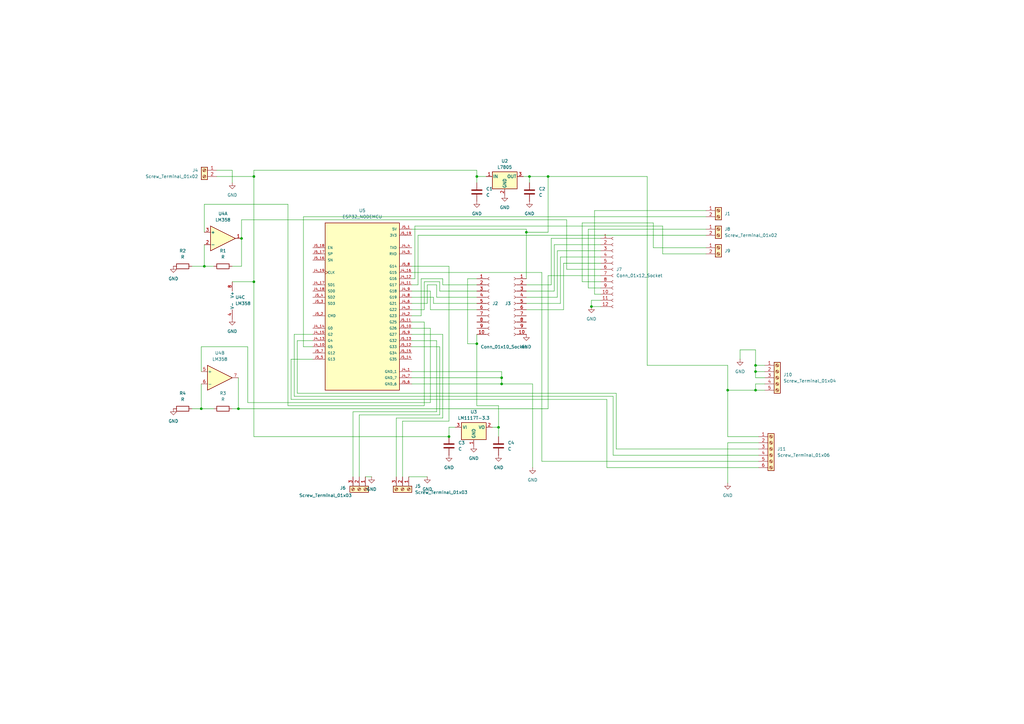
<source format=kicad_sch>
(kicad_sch (version 20250114) (generator "eeschema") (generator_version "9.0")
  (paper "A3")
  (lib_symbols
    (symbol "Amplifier_Operational:LM358" (pin_names (offset 0.127))
      (property "Reference" "U" (at 0 5.08 0))
      (property "Value" "LM358" (at 0 -5.08 0))
      (symbol "LM358_1_1"
        (polyline (pts (xy -5.08 5.08) (xy 5.08 0) (xy -5.08 -5.08) (xy -5.08 5.08)) (stroke (width 0.254)) (fill (type background)))
        (pin input line (at -7.62 2.54 0) (length 2.54) (name "+") (number "3"))
        (pin input line (at -7.62 -2.54 0) (length 2.54) (name "-") (number "2"))
        (pin output line (at 7.62 0 180) (length 2.54) (name "~") (number "1"))
      )
      (symbol "LM358_2_1"
        (polyline (pts (xy -5.08 5.08) (xy 5.08 0) (xy -5.08 -5.08) (xy -5.08 5.08)) (stroke (width 0.254)) (fill (type background)))
        (pin input line (at -7.62 2.54 0) (length 2.54) (name "+") (number "5"))
        (pin input line (at -7.62 -2.54 0) (length 2.54) (name "-") (number "6"))
        (pin output line (at 7.62 0 180) (length 2.54) (name "~") (number "7"))
      )
      (symbol "LM358_3_1"
        (pin power_in line (at -2.54 7.62 270) (length 3.81) (name "V+") (number "8"))
        (pin power_in line (at -2.54 -7.62 90) (length 3.81) (name "V-") (number "4"))
      )
    )
    (symbol "Connector:Conn_01x10_Socket" (pin_names (offset 1.016) (hide yes))
      (property "Reference" "J" (at 0 12.7 0))
      (property "Value" "Conn_01x10_Socket" (at 0 -15.24 0))
      (symbol "Conn_01x10_Socket_1_1"
        (polyline (pts (xy -1.27 10.16) (xy -0.508 10.16)) (stroke (width 0.1524)))
        (polyline (pts (xy -1.27 7.62) (xy -0.508 7.62)) (stroke (width 0.1524)))
        (polyline (pts (xy -1.27 5.08) (xy -0.508 5.08)) (stroke (width 0.1524)))
        (polyline (pts (xy -1.27 2.54) (xy -0.508 2.54)) (stroke (width 0.1524)))
        (polyline (pts (xy -1.27 0) (xy -0.508 0)) (stroke (width 0.1524)))
        (polyline (pts (xy -1.27 -2.54) (xy -0.508 -2.54)) (stroke (width 0.1524)))
        (polyline (pts (xy -1.27 -5.08) (xy -0.508 -5.08)) (stroke (width 0.1524)))
        (polyline (pts (xy -1.27 -7.62) (xy -0.508 -7.62)) (stroke (width 0.1524)))
        (polyline (pts (xy -1.27 -10.16) (xy -0.508 -10.16)) (stroke (width 0.1524)))
        (polyline (pts (xy -1.27 -12.7) (xy -0.508 -12.7)) (stroke (width 0.1524)))
        (arc (start 0 9.652) (mid -0.5058 10.16) (end 0 10.668) (stroke (width 0.1524)))
        (arc (start 0 7.112) (mid -0.5058 7.62) (end 0 8.128) (stroke (width 0.1524)))
        (arc (start 0 4.572) (mid -0.5058 5.08) (end 0 5.588) (stroke (width 0.1524)))
        (arc (start 0 2.032) (mid -0.5058 2.54) (end 0 3.048) (stroke (width 0.1524)))
        (arc (start 0 -0.508) (mid -0.5058 0) (end 0 0.508) (stroke (width 0.1524)))
        (arc (start 0 -3.048) (mid -0.5058 -2.54) (end 0 -2.032) (stroke (width 0.1524)))
        (arc (start 0 -5.588) (mid -0.5058 -5.08) (end 0 -4.572) (stroke (width 0.1524)))
        (arc (start 0 -8.128) (mid -0.5058 -7.62) (end 0 -7.112) (stroke (width 0.1524)))
        (arc (start 0 -10.668) (mid -0.5058 -10.16) (end 0 -9.652) (stroke (width 0.1524)))
        (arc (start 0 -13.208) (mid -0.5058 -12.7) (end 0 -12.192) (stroke (width 0.1524)))
        (pin passive line (at -5.08 10.16 0) (length 3.81) (name "Pin_1") (number "1"))
        (pin passive line (at -5.08 7.62 0) (length 3.81) (name "Pin_2") (number "2"))
        (pin passive line (at -5.08 5.08 0) (length 3.81) (name "Pin_3") (number "3"))
        (pin passive line (at -5.08 2.54 0) (length 3.81) (name "Pin_4") (number "4"))
        (pin passive line (at -5.08 0 0) (length 3.81) (name "Pin_5") (number "5"))
        (pin passive line (at -5.08 -2.54 0) (length 3.81) (name "Pin_6") (number "6"))
        (pin passive line (at -5.08 -5.08 0) (length 3.81) (name "Pin_7") (number "7"))
        (pin passive line (at -5.08 -7.62 0) (length 3.81) (name "Pin_8") (number "8"))
        (pin passive line (at -5.08 -10.16 0) (length 3.81) (name "Pin_9") (number "9"))
        (pin passive line (at -5.08 -12.7 0) (length 3.81) (name "Pin_10") (number "10"))
      )
    )
    (symbol "Connector:Conn_01x12_Socket" (pin_names (offset 1.016) (hide yes))
      (property "Reference" "J" (at 0 15.24 0))
      (property "Value" "Conn_01x12_Socket" (at 0 -17.78 0))
      (symbol "Conn_01x12_Socket_1_1"
        (polyline (pts (xy -1.27 12.7) (xy -0.508 12.7)) (stroke (width 0.1524)))
        (polyline (pts (xy -1.27 10.16) (xy -0.508 10.16)) (stroke (width 0.1524)))
        (polyline (pts (xy -1.27 7.62) (xy -0.508 7.62)) (stroke (width 0.1524)))
        (polyline (pts (xy -1.27 5.08) (xy -0.508 5.08)) (stroke (width 0.1524)))
        (polyline (pts (xy -1.27 2.54) (xy -0.508 2.54)) (stroke (width 0.1524)))
        (polyline (pts (xy -1.27 0) (xy -0.508 0)) (stroke (width 0.1524)))
        (polyline (pts (xy -1.27 -2.54) (xy -0.508 -2.54)) (stroke (width 0.1524)))
        (polyline (pts (xy -1.27 -5.08) (xy -0.508 -5.08)) (stroke (width 0.1524)))
        (polyline (pts (xy -1.27 -7.62) (xy -0.508 -7.62)) (stroke (width 0.1524)))
        (polyline (pts (xy -1.27 -10.16) (xy -0.508 -10.16)) (stroke (width 0.1524)))
        (polyline (pts (xy -1.27 -12.7) (xy -0.508 -12.7)) (stroke (width 0.1524)))
        (polyline (pts (xy -1.27 -15.24) (xy -0.508 -15.24)) (stroke (width 0.1524)))
        (arc (start 0 12.192) (mid -0.5058 12.7) (end 0 13.208) (stroke (width 0.1524)))
        (arc (start 0 9.652) (mid -0.5058 10.16) (end 0 10.668) (stroke (width 0.1524)))
        (arc (start 0 7.112) (mid -0.5058 7.62) (end 0 8.128) (stroke (width 0.1524)))
        (arc (start 0 4.572) (mid -0.5058 5.08) (end 0 5.588) (stroke (width 0.1524)))
        (arc (start 0 2.032) (mid -0.5058 2.54) (end 0 3.048) (stroke (width 0.1524)))
        (arc (start 0 -0.508) (mid -0.5058 0) (end 0 0.508) (stroke (width 0.1524)))
        (arc (start 0 -3.048) (mid -0.5058 -2.54) (end 0 -2.032) (stroke (width 0.1524)))
        (arc (start 0 -5.588) (mid -0.5058 -5.08) (end 0 -4.572) (stroke (width 0.1524)))
        (arc (start 0 -8.128) (mid -0.5058 -7.62) (end 0 -7.112) (stroke (width 0.1524)))
        (arc (start 0 -10.668) (mid -0.5058 -10.16) (end 0 -9.652) (stroke (width 0.1524)))
        (arc (start 0 -13.208) (mid -0.5058 -12.7) (end 0 -12.192) (stroke (width 0.1524)))
        (arc (start 0 -15.748) (mid -0.5058 -15.24) (end 0 -14.732) (stroke (width 0.1524)))
        (pin passive line (at -5.08 12.7 0) (length 3.81) (name "Pin_1") (number "1"))
        (pin passive line (at -5.08 10.16 0) (length 3.81) (name "Pin_2") (number "2"))
        (pin passive line (at -5.08 7.62 0) (length 3.81) (name "Pin_3") (number "3"))
        (pin passive line (at -5.08 5.08 0) (length 3.81) (name "Pin_4") (number "4"))
        (pin passive line (at -5.08 2.54 0) (length 3.81) (name "Pin_5") (number "5"))
        (pin passive line (at -5.08 0 0) (length 3.81) (name "Pin_6") (number "6"))
        (pin passive line (at -5.08 -2.54 0) (length 3.81) (name "Pin_7") (number "7"))
        (pin passive line (at -5.08 -5.08 0) (length 3.81) (name "Pin_8") (number "8"))
        (pin passive line (at -5.08 -7.62 0) (length 3.81) (name "Pin_9") (number "9"))
        (pin passive line (at -5.08 -10.16 0) (length 3.81) (name "Pin_10") (number "10"))
        (pin passive line (at -5.08 -12.7 0) (length 3.81) (name "Pin_11") (number "11"))
        (pin passive line (at -5.08 -15.24 0) (length 3.81) (name "Pin_12") (number "12"))
      )
    )
    (symbol "Connector:Screw_Terminal_01x02" (pin_names (offset 1.016) (hide yes))
      (property "Reference" "J" (at 0 2.54 0))
      (property "Value" "Screw_Terminal_01x02" (at 0 -5.08 0))
      (symbol "Screw_Terminal_01x02_1_1"
        (rectangle (start -1.27 1.27) (end 1.27 -3.81) (stroke (width 0.254)) (fill (type background)))
        (polyline (pts (xy -0.5334 0.3302) (xy 0.3302 -0.508)) (stroke (width 0.1524)))
        (polyline (pts (xy -0.5334 -2.2098) (xy 0.3302 -3.048)) (stroke (width 0.1524)))
        (polyline (pts (xy -0.3556 0.508) (xy 0.508 -0.3302)) (stroke (width 0.1524)))
        (polyline (pts (xy -0.3556 -2.032) (xy 0.508 -2.8702)) (stroke (width 0.1524)))
        (circle (center 0 0) (radius 0.635) (stroke (width 0.1524)))
        (circle (center 0 -2.54) (radius 0.635) (stroke (width 0.1524)))
        (pin passive line (at -5.08 0 0) (length 3.81) (name "Pin_1") (number "1"))
        (pin passive line (at -5.08 -2.54 0) (length 3.81) (name "Pin_2") (number "2"))
      )
    )
    (symbol "Connector:Screw_Terminal_01x03" (pin_names (offset 1.016) (hide yes))
      (property "Reference" "J" (at 0 5.08 0))
      (property "Value" "Screw_Terminal_01x03" (at 0 -5.08 0))
      (symbol "Screw_Terminal_01x03_1_1"
        (rectangle (start -1.27 3.81) (end 1.27 -3.81) (stroke (width 0.254)) (fill (type background)))
        (polyline (pts (xy -0.5334 2.8702) (xy 0.3302 2.032)) (stroke (width 0.1524)))
        (polyline (pts (xy -0.5334 0.3302) (xy 0.3302 -0.508)) (stroke (width 0.1524)))
        (polyline (pts (xy -0.5334 -2.2098) (xy 0.3302 -3.048)) (stroke (width 0.1524)))
        (polyline (pts (xy -0.3556 3.048) (xy 0.508 2.2098)) (stroke (width 0.1524)))
        (polyline (pts (xy -0.3556 0.508) (xy 0.508 -0.3302)) (stroke (width 0.1524)))
        (polyline (pts (xy -0.3556 -2.032) (xy 0.508 -2.8702)) (stroke (width 0.1524)))
        (circle (center 0 2.54) (radius 0.635) (stroke (width 0.1524)))
        (circle (center 0 0) (radius 0.635) (stroke (width 0.1524)))
        (circle (center 0 -2.54) (radius 0.635) (stroke (width 0.1524)))
        (pin passive line (at -5.08 2.54 0) (length 3.81) (name "Pin_1") (number "1"))
        (pin passive line (at -5.08 0 0) (length 3.81) (name "Pin_2") (number "2"))
        (pin passive line (at -5.08 -2.54 0) (length 3.81) (name "Pin_3") (number "3"))
      )
    )
    (symbol "Connector:Screw_Terminal_01x05" (pin_names (offset 1.016) (hide yes))
      (property "Reference" "J" (at 0 7.62 0))
      (property "Value" "Screw_Terminal_01x05" (at 0 -7.62 0))
      (symbol "Screw_Terminal_01x05_1_1"
        (rectangle (start -1.27 6.35) (end 1.27 -6.35) (stroke (width 0.254)) (fill (type background)))
        (polyline (pts (xy -0.5334 5.4102) (xy 0.3302 4.572)) (stroke (width 0.1524)))
        (polyline (pts (xy -0.5334 2.8702) (xy 0.3302 2.032)) (stroke (width 0.1524)))
        (polyline (pts (xy -0.5334 0.3302) (xy 0.3302 -0.508)) (stroke (width 0.1524)))
        (polyline (pts (xy -0.5334 -2.2098) (xy 0.3302 -3.048)) (stroke (width 0.1524)))
        (polyline (pts (xy -0.5334 -4.7498) (xy 0.3302 -5.588)) (stroke (width 0.1524)))
        (polyline (pts (xy -0.3556 5.588) (xy 0.508 4.7498)) (stroke (width 0.1524)))
        (polyline (pts (xy -0.3556 3.048) (xy 0.508 2.2098)) (stroke (width 0.1524)))
        (polyline (pts (xy -0.3556 0.508) (xy 0.508 -0.3302)) (stroke (width 0.1524)))
        (polyline (pts (xy -0.3556 -2.032) (xy 0.508 -2.8702)) (stroke (width 0.1524)))
        (polyline (pts (xy -0.3556 -4.572) (xy 0.508 -5.4102)) (stroke (width 0.1524)))
        (circle (center 0 5.08) (radius 0.635) (stroke (width 0.1524)))
        (circle (center 0 2.54) (radius 0.635) (stroke (width 0.1524)))
        (circle (center 0 0) (radius 0.635) (stroke (width 0.1524)))
        (circle (center 0 -2.54) (radius 0.635) (stroke (width 0.1524)))
        (circle (center 0 -5.08) (radius 0.635) (stroke (width 0.1524)))
        (pin passive line (at -5.08 5.08 0) (length 3.81) (name "Pin_1") (number "1"))
        (pin passive line (at -5.08 2.54 0) (length 3.81) (name "Pin_2") (number "2"))
        (pin passive line (at -5.08 0 0) (length 3.81) (name "Pin_3") (number "3"))
        (pin passive line (at -5.08 -2.54 0) (length 3.81) (name "Pin_4") (number "4"))
        (pin passive line (at -5.08 -5.08 0) (length 3.81) (name "Pin_5") (number "5"))
      )
    )
    (symbol "Connector:Screw_Terminal_01x06" (pin_names (offset 1.016) (hide yes))
      (property "Reference" "J" (at 0 7.62 0))
      (property "Value" "Screw_Terminal_01x06" (at 0 -10.16 0))
      (symbol "Screw_Terminal_01x06_1_1"
        (rectangle (start -1.27 6.35) (end 1.27 -8.89) (stroke (width 0.254)) (fill (type background)))
        (polyline (pts (xy -0.5334 5.4102) (xy 0.3302 4.572)) (stroke (width 0.1524)))
        (polyline (pts (xy -0.5334 2.8702) (xy 0.3302 2.032)) (stroke (width 0.1524)))
        (polyline (pts (xy -0.5334 0.3302) (xy 0.3302 -0.508)) (stroke (width 0.1524)))
        (polyline (pts (xy -0.5334 -2.2098) (xy 0.3302 -3.048)) (stroke (width 0.1524)))
        (polyline (pts (xy -0.5334 -4.7498) (xy 0.3302 -5.588)) (stroke (width 0.1524)))
        (polyline (pts (xy -0.5334 -7.2898) (xy 0.3302 -8.128)) (stroke (width 0.1524)))
        (polyline (pts (xy -0.3556 5.588) (xy 0.508 4.7498)) (stroke (width 0.1524)))
        (polyline (pts (xy -0.3556 3.048) (xy 0.508 2.2098)) (stroke (width 0.1524)))
        (polyline (pts (xy -0.3556 0.508) (xy 0.508 -0.3302)) (stroke (width 0.1524)))
        (polyline (pts (xy -0.3556 -2.032) (xy 0.508 -2.8702)) (stroke (width 0.1524)))
        (polyline (pts (xy -0.3556 -4.572) (xy 0.508 -5.4102)) (stroke (width 0.1524)))
        (polyline (pts (xy -0.3556 -7.112) (xy 0.508 -7.9502)) (stroke (width 0.1524)))
        (circle (center 0 5.08) (radius 0.635) (stroke (width 0.1524)))
        (circle (center 0 2.54) (radius 0.635) (stroke (width 0.1524)))
        (circle (center 0 0) (radius 0.635) (stroke (width 0.1524)))
        (circle (center 0 -2.54) (radius 0.635) (stroke (width 0.1524)))
        (circle (center 0 -5.08) (radius 0.635) (stroke (width 0.1524)))
        (circle (center 0 -7.62) (radius 0.635) (stroke (width 0.1524)))
        (pin passive line (at -5.08 5.08 0) (length 3.81) (name "Pin_1") (number "1"))
        (pin passive line (at -5.08 2.54 0) (length 3.81) (name "Pin_2") (number "2"))
        (pin passive line (at -5.08 0 0) (length 3.81) (name "Pin_3") (number "3"))
        (pin passive line (at -5.08 -2.54 0) (length 3.81) (name "Pin_4") (number "4"))
        (pin passive line (at -5.08 -5.08 0) (length 3.81) (name "Pin_5") (number "5"))
        (pin passive line (at -5.08 -7.62 0) (length 3.81) (name "Pin_6") (number "6"))
      )
    )
    (symbol "Device:C" (pin_numbers (hide yes)) (pin_names (offset 0.254))
      (property "Reference" "C" (at 0.635 2.54 0))
      (property "Value" "C" (at 0.635 -2.54 0))
      (symbol "C_0_1"
        (polyline (pts (xy -2.032 0.762) (xy 2.032 0.762)) (stroke (width 0.508)))
        (polyline (pts (xy -2.032 -0.762) (xy 2.032 -0.762)) (stroke (width 0.508)))
      )
      (symbol "C_1_1"
        (pin passive line (at 0 3.81 270) (length 2.794) (name "~") (number "1"))
        (pin passive line (at 0 -3.81 90) (length 2.794) (name "~") (number "2"))
      )
    )
    (symbol "Device:R" (pin_numbers (hide yes)) (pin_names (offset 0))
      (property "Reference" "R" (at 2.032 0 90))
      (property "Value" "R" (at 0 0 90))
      (symbol "R_0_1"
        (rectangle (start -1.016 -2.54) (end 1.016 2.54) (stroke (width 0.254)))
      )
      (symbol "R_1_1"
        (pin passive line (at 0 3.81 270) (length 1.27) (name "~") (number "1"))
        (pin passive line (at 0 -3.81 90) (length 1.27) (name "~") (number "2"))
      )
    )
    (symbol "ESP32_NODEMCU:ESP32_NODEMCU" (pin_names (offset 1.016))
      (property "Reference" "U" (at -15.24 36.322 0))
      (property "Value" "ESP32_NODEMCU" (at -15.24 -35.56 0))
      (symbol "ESP32_NODEMCU_0_0"
        (rectangle (start -15.24 -33.02) (end 15.24 35.56) (stroke (width 0.254)) (fill (type background)))
        (pin input line (at -20.32 25.4 0) (length 5.08) (name "EN") (number "J5_18"))
        (pin input line (at -20.32 22.86 0) (length 5.08) (name "SP") (number "J5_17"))
        (pin input line (at -20.32 20.32 0) (length 5.08) (name "SN") (number "J5_16"))
        (pin input clock (at -20.32 15.24 0) (length 5.08) (name "CLK") (number "J4_19"))
        (pin bidirectional line (at -20.32 10.16 0) (length 5.08) (name "SD1") (number "J4_17"))
        (pin bidirectional line (at -20.32 7.62 0) (length 5.08) (name "SD0") (number "J4_18"))
        (pin bidirectional line (at -20.32 5.08 0) (length 5.08) (name "SD2") (number "J5_4"))
        (pin bidirectional line (at -20.32 2.54 0) (length 5.08) (name "SD3") (number "J5_3"))
        (pin bidirectional line (at -20.32 -2.54 0) (length 5.08) (name "CMD") (number "J5_2"))
        (pin bidirectional line (at -20.32 -7.62 0) (length 5.08) (name "G0") (number "J4_14"))
        (pin bidirectional line (at -20.32 -10.16 0) (length 5.08) (name "G2") (number "J4_15"))
        (pin bidirectional line (at -20.32 -12.7 0) (length 5.08) (name "G4") (number "J4_13"))
        (pin bidirectional line (at -20.32 -15.24 0) (length 5.08) (name "G5") (number "J4_10"))
        (pin bidirectional line (at -20.32 -17.78 0) (length 5.08) (name "G12") (number "J5_7"))
        (pin bidirectional line (at -20.32 -20.32 0) (length 5.08) (name "G13") (number "J5_5"))
        (pin power_in line (at 20.32 33.02 180) (length 5.08) (name "5V") (number "J5_1"))
        (pin power_in line (at 20.32 30.48 180) (length 5.08) (name "3V3") (number "J5_19"))
        (pin output line (at 20.32 25.4 180) (length 5.08) (name "TXD") (number "J4_4"))
        (pin input line (at 20.32 22.86 180) (length 5.08) (name "RXD") (number "J4_5"))
        (pin bidirectional line (at 20.32 17.78 180) (length 5.08) (name "G14") (number "J5_8"))
        (pin bidirectional line (at 20.32 15.24 180) (length 5.08) (name "G15") (number "J4_16"))
        (pin bidirectional line (at 20.32 12.7 180) (length 5.08) (name "G16") (number "J4_12"))
        (pin bidirectional line (at 20.32 10.16 180) (length 5.08) (name "G17") (number "J4_11"))
        (pin bidirectional line (at 20.32 7.62 180) (length 5.08) (name "G18") (number "J4_9"))
        (pin bidirectional line (at 20.32 5.08 180) (length 5.08) (name "G19") (number "J4_8"))
        (pin bidirectional line (at 20.32 2.54 180) (length 5.08) (name "G21") (number "J4_6"))
        (pin bidirectional line (at 20.32 0 180) (length 5.08) (name "G22") (number "J4_3"))
        (pin bidirectional line (at 20.32 -2.54 180) (length 5.08) (name "G23") (number "J4_2"))
        (pin bidirectional line (at 20.32 -5.08 180) (length 5.08) (name "G25") (number "J5_11"))
        (pin bidirectional line (at 20.32 -7.62 180) (length 5.08) (name "G26") (number "J5_10"))
        (pin bidirectional line (at 20.32 -10.16 180) (length 5.08) (name "G27") (number "J5_9"))
        (pin bidirectional line (at 20.32 -12.7 180) (length 5.08) (name "G32") (number "J5_13"))
        (pin bidirectional line (at 20.32 -15.24 180) (length 5.08) (name "G33") (number "J5_12"))
        (pin bidirectional line (at 20.32 -17.78 180) (length 5.08) (name "G34") (number "J5_15"))
        (pin bidirectional line (at 20.32 -20.32 180) (length 5.08) (name "G35") (number "J5_14"))
        (pin power_in line (at 20.32 -25.4 180) (length 5.08) (name "GND_1") (number "J4_1"))
        (pin power_in line (at 20.32 -27.94 180) (length 5.08) (name "GND_7") (number "J4_7"))
        (pin power_in line (at 20.32 -30.48 180) (length 5.08) (name "GND_6") (number "J5_6"))
      )
    )
    (symbol "Regulator_Linear:L7805" (pin_names (offset 0.254))
      (property "Reference" "U" (at -3.81 3.175 0))
      (property "Value" "L7805" (at 0 3.175 0))
      (symbol "L7805_0_1"
        (rectangle (start -5.08 1.905) (end 5.08 -5.08) (stroke (width 0.254)) (fill (type background)))
      )
      (symbol "L7805_1_1"
        (pin power_in line (at -7.62 0 0) (length 2.54) (name "IN") (number "1"))
        (pin power_in line (at 0 -7.62 90) (length 2.54) (name "GND") (number "2"))
        (pin power_out line (at 7.62 0 180) (length 2.54) (name "OUT") (number "3"))
      )
    )
    (symbol "Regulator_Linear:LM1117T-3.3"
      (property "Reference" "U" (at -3.81 3.175 0))
      (property "Value" "LM1117T-3.3" (at 0 3.175 0))
      (symbol "LM1117T-3.3_0_1"
        (rectangle (start -5.08 -5.08) (end 5.08 1.905) (stroke (width 0.254)) (fill (type background)))
      )
      (symbol "LM1117T-3.3_1_1"
        (pin power_in line (at -7.62 0 0) (length 2.54) (name "VI") (number "3"))
        (pin power_in line (at 0 -7.62 90) (length 2.54) (name "GND") (number "1"))
        (pin power_out line (at 7.62 0 180) (length 2.54) (name "VO") (number "2"))
      )
    )
    (symbol "power:GND" (power) (pin_numbers (hide yes)) (pin_names (offset 0) (hide yes))
      (property "Value" "GND" (at 0 -3.81 0))
      (symbol "GND_0_1"
        (polyline (pts (xy 0 0) (xy 0 -1.27) (xy 1.27 -1.27) (xy 0 -2.54) (xy -1.27 -1.27) (xy 0 -1.27)))
      )
      (symbol "GND_1_1"
        (pin power_in line (at 0 0 270) (length 0) (name "~") (number "1"))
      )
    )
  )
  (junction (at 99.06 97.79))
  (junction (at 82.55 167.64))
  (junction (at 224.79 72.39))
  (junction (at 215.9 95.25))
  (junction (at 242.57 125.73))
  (junction (at 217.17 72.39))
  (junction (at 204.47 175.26))
  (junction (at 104.14 72.39))
  (junction (at 298.45 160.02))
  (junction (at 195.58 72.39))
  (junction (at 205.74 154.94))
  (junction (at 83.82 109.22))
  (junction (at 205.74 157.48))
  (junction (at 184.15 179.07))
  (junction (at 309.88 160.02))
  (junction (at 309.88 149.86))
  (junction (at 309.88 152.4))
  (junction (at 104.14 115.57))
  (junction (at 97.79 167.64))
  (junction (at 195.58 140.97))
  (wire (pts (xy 87.63 167.64) (xy 82.55 167.64)))
  (wire (pts (xy 78.74 167.64) (xy 82.55 167.64)))
  (wire (pts (xy 229.87 124.46) (xy 215.9 124.46)))
  (wire (pts (xy 246.38 107.95) (xy 231.14 107.95)))
  (wire (pts (xy 177.8 121.92) (xy 177.8 124.46)))
  (wire (pts (xy 101.6 165.1) (xy 176.53 165.1)))
  (wire (pts (xy 238.76 91.44) (xy 267.97 91.44)))
  (wire (pts (xy 222.25 111.76) (xy 168.91 111.76)))
  (wire (pts (xy 246.38 97.79) (xy 226.06 97.79)))
  (wire (pts (xy 173.99 132.08) (xy 168.91 132.08)))
  (wire (pts (xy 120.65 162.56) (xy 120.65 137.16)))
  (wire (pts (xy 228.6 121.92) (xy 215.9 121.92)))
  (wire (pts (xy 144.78 168.91) (xy 179.07 168.91)))
  (wire (pts (xy 215.9 116.84) (xy 226.06 116.84)))
  (wire (pts (xy 184.15 175.26) (xy 184.15 179.07)))
  (wire (pts (xy 311.15 179.07) (xy 298.45 179.07)))
  (wire (pts (xy 265.43 149.86) (xy 265.43 72.39)))
  (wire (pts (xy 180.34 119.38) (xy 195.58 119.38)))
  (wire (pts (xy 147.32 170.18) (xy 180.34 170.18)))
  (wire (pts (xy 168.91 121.92) (xy 177.8 121.92)))
  (wire (pts (xy 177.8 124.46) (xy 195.58 124.46)))
  (wire (pts (xy 95.25 69.85) (xy 88.9 69.85)))
  (wire (pts (xy 101.6 142.24) (xy 82.55 142.24)))
  (wire (pts (xy 311.15 191.77) (xy 248.92 191.77)))
  (wire (pts (xy 167.64 195.58) (xy 175.26 195.58)))
  (wire (pts (xy 243.84 86.36) (xy 243.84 120.65)))
  (wire (pts (xy 232.41 110.49) (xy 232.41 90.17)))
  (wire (pts (xy 82.55 142.24) (xy 82.55 152.4)))
  (wire (pts (xy 199.39 72.39) (xy 195.58 72.39)))
  (wire (pts (xy 172.72 129.54) (xy 172.72 114.3)))
  (wire (pts (xy 309.88 152.4) (xy 309.88 154.94)))
  (wire (pts (xy 165.1 172.72) (xy 184.15 172.72)))
  (wire (pts (xy 184.15 172.72) (xy 184.15 109.22)))
  (wire (pts (xy 238.76 115.57) (xy 246.38 115.57)))
  (wire (pts (xy 124.46 88.9) (xy 124.46 142.24)))
  (wire (pts (xy 171.45 96.52) (xy 289.56 96.52)))
  (wire (pts (xy 176.53 119.38) (xy 176.53 127)))
  (wire (pts (xy 83.82 109.22) (xy 83.82 100.33)))
  (wire (pts (xy 271.78 104.14) (xy 289.56 104.14)))
  (wire (pts (xy 179.07 116.84) (xy 179.07 121.92)))
  (wire (pts (xy 195.58 72.39) (xy 195.58 74.93)))
  (wire (pts (xy 168.91 127) (xy 173.99 127)))
  (wire (pts (xy 265.43 149.86) (xy 298.45 149.86)))
  (wire (pts (xy 205.74 152.4) (xy 205.74 154.94)))
  (wire (pts (xy 184.15 179.07) (xy 104.14 179.07)))
  (wire (pts (xy 204.47 166.37) (xy 204.47 175.26)))
  (wire (pts (xy 181.61 114.3) (xy 181.61 116.84)))
  (wire (pts (xy 214.63 72.39) (xy 217.17 72.39)))
  (wire (pts (xy 118.11 83.82) (xy 118.11 166.37)))
  (wire (pts (xy 224.79 95.25) (xy 224.79 72.39)))
  (wire (pts (xy 215.9 93.98) (xy 215.9 95.25)))
  (wire (pts (xy 121.92 161.29) (xy 252.73 161.29)))
  (wire (pts (xy 217.17 72.39) (xy 217.17 74.93)))
  (wire (pts (xy 195.58 166.37) (xy 204.47 166.37)))
  (wire (pts (xy 175.26 116.84) (xy 179.07 116.84)))
  (wire (pts (xy 175.26 124.46) (xy 175.26 116.84)))
  (wire (pts (xy 173.99 115.57) (xy 180.34 115.57)))
  (wire (pts (xy 88.9 72.39) (xy 104.14 72.39)))
  (wire (pts (xy 224.79 113.03) (xy 224.79 167.64)))
  (wire (pts (xy 303.53 143.51) (xy 303.53 147.32)))
  (wire (pts (xy 246.38 102.87) (xy 228.6 102.87)))
  (wire (pts (xy 191.77 140.97) (xy 195.58 140.97)))
  (wire (pts (xy 271.78 104.14) (xy 271.78 92.71)))
  (wire (pts (xy 298.45 181.61) (xy 298.45 198.12)))
  (wire (pts (xy 83.82 83.82) (xy 118.11 83.82)))
  (wire (pts (xy 168.91 129.54) (xy 172.72 129.54)))
  (wire (pts (xy 195.58 114.3) (xy 191.77 114.3)))
  (wire (pts (xy 170.18 114.3) (xy 168.91 114.3)))
  (wire (pts (xy 243.84 86.36) (xy 289.56 86.36)))
  (wire (pts (xy 215.9 127) (xy 231.14 127)))
  (wire (pts (xy 246.38 100.33) (xy 227.33 100.33)))
  (wire (pts (xy 195.58 137.16) (xy 195.58 140.97)))
  (wire (pts (xy 181.61 171.45) (xy 181.61 137.16)))
  (wire (pts (xy 97.79 154.94) (xy 97.79 167.64)))
  (wire (pts (xy 99.06 97.79) (xy 99.06 109.22)))
  (wire (pts (xy 99.06 90.17) (xy 232.41 90.17)))
  (wire (pts (xy 121.92 161.29) (xy 121.92 139.7)))
  (wire (pts (xy 181.61 116.84) (xy 195.58 116.84)))
  (wire (pts (xy 309.88 160.02) (xy 313.69 160.02)))
  (wire (pts (xy 248.92 191.77) (xy 248.92 163.83)))
  (wire (pts (xy 298.45 160.02) (xy 309.88 160.02)))
  (wire (pts (xy 168.91 157.48) (xy 205.74 157.48)))
  (wire (pts (xy 179.07 121.92) (xy 195.58 121.92)))
  (wire (pts (xy 246.38 123.19) (xy 242.57 123.19)))
  (wire (pts (xy 311.15 181.61) (xy 298.45 181.61)))
  (wire (pts (xy 313.69 154.94) (xy 309.88 154.94)))
  (wire (pts (xy 222.25 189.23) (xy 222.25 111.76)))
  (wire (pts (xy 218.44 157.48) (xy 205.74 157.48)))
  (wire (pts (xy 104.14 115.57) (xy 104.14 179.07)))
  (wire (pts (xy 313.69 157.48) (xy 309.88 157.48)))
  (wire (pts (xy 168.91 119.38) (xy 176.53 119.38)))
  (wire (pts (xy 251.46 162.56) (xy 120.65 162.56)))
  (wire (pts (xy 251.46 186.69) (xy 251.46 162.56)))
  (wire (pts (xy 147.32 170.18) (xy 147.32 195.58)))
  (wire (pts (xy 176.53 127) (xy 195.58 127)))
  (wire (pts (xy 165.1 195.58) (xy 165.1 172.72)))
  (wire (pts (xy 162.56 171.45) (xy 181.61 171.45)))
  (wire (pts (xy 228.6 102.87) (xy 228.6 121.92)))
  (wire (pts (xy 119.38 147.32) (xy 128.27 147.32)))
  (wire (pts (xy 227.33 119.38) (xy 215.9 119.38)))
  (wire (pts (xy 311.15 189.23) (xy 222.25 189.23)))
  (wire (pts (xy 289.56 88.9) (xy 124.46 88.9)))
  (wire (pts (xy 95.25 74.93) (xy 95.25 69.85)))
  (wire (pts (xy 309.88 152.4) (xy 313.69 152.4)))
  (wire (pts (xy 168.91 154.94) (xy 205.74 154.94)))
  (wire (pts (xy 267.97 101.6) (xy 289.56 101.6)))
  (wire (pts (xy 95.25 115.57) (xy 104.14 115.57)))
  (wire (pts (xy 242.57 125.73) (xy 246.38 125.73)))
  (wire (pts (xy 162.56 195.58) (xy 162.56 171.45)))
  (wire (pts (xy 204.47 175.26) (xy 201.93 175.26)))
  (wire (pts (xy 309.88 143.51) (xy 309.88 149.86)))
  (wire (pts (xy 298.45 160.02) (xy 298.45 149.86)))
  (wire (pts (xy 267.97 91.44) (xy 267.97 101.6)))
  (wire (pts (xy 171.45 116.84) (xy 168.91 116.84)))
  (wire (pts (xy 265.43 72.39) (xy 224.79 72.39)))
  (wire (pts (xy 246.38 120.65) (xy 243.84 120.65)))
  (wire (pts (xy 226.06 97.79) (xy 226.06 116.84)))
  (wire (pts (xy 173.99 132.08) (xy 173.99 166.37)))
  (wire (pts (xy 224.79 113.03) (xy 246.38 113.03)))
  (wire (pts (xy 172.72 114.3) (xy 181.61 114.3)))
  (wire (pts (xy 224.79 167.64) (xy 97.79 167.64)))
  (wire (pts (xy 78.74 109.22) (xy 83.82 109.22)))
  (wire (pts (xy 121.92 139.7) (xy 128.27 139.7)))
  (wire (pts (xy 242.57 123.19) (xy 242.57 125.73)))
  (wire (pts (xy 311.15 184.15) (xy 252.73 184.15)))
  (wire (pts (xy 227.33 100.33) (xy 227.33 119.38)))
  (wire (pts (xy 180.34 170.18) (xy 180.34 142.24)))
  (wire (pts (xy 195.58 140.97) (xy 195.58 166.37)))
  (wire (pts (xy 171.45 96.52) (xy 171.45 116.84)))
  (wire (pts (xy 104.14 69.85) (xy 195.58 69.85)))
  (wire (pts (xy 179.07 139.7) (xy 168.91 139.7)))
  (wire (pts (xy 241.3 118.11) (xy 241.3 93.98)))
  (wire (pts (xy 309.88 149.86) (xy 309.88 152.4)))
  (wire (pts (xy 176.53 165.1) (xy 176.53 134.62)))
  (wire (pts (xy 232.41 110.49) (xy 246.38 110.49)))
  (wire (pts (xy 149.86 195.58) (xy 152.4 195.58)))
  (wire (pts (xy 104.14 69.85) (xy 104.14 72.39)))
  (wire (pts (xy 168.91 124.46) (xy 175.26 124.46)))
  (wire (pts (xy 248.92 163.83) (xy 119.38 163.83)))
  (wire (pts (xy 124.46 142.24) (xy 128.27 142.24)))
  (wire (pts (xy 99.06 90.17) (xy 99.06 97.79)))
  (wire (pts (xy 205.74 154.94) (xy 205.74 157.48)))
  (wire (pts (xy 118.11 166.37) (xy 173.99 166.37)))
  (wire (pts (xy 191.77 114.3) (xy 191.77 140.97)))
  (wire (pts (xy 181.61 137.16) (xy 168.91 137.16)))
  (wire (pts (xy 241.3 118.11) (xy 246.38 118.11)))
  (wire (pts (xy 176.53 134.62) (xy 168.91 134.62)))
  (wire (pts (xy 180.34 142.24) (xy 168.91 142.24)))
  (wire (pts (xy 298.45 179.07) (xy 298.45 160.02)))
  (wire (pts (xy 168.91 109.22) (xy 184.15 109.22)))
  (wire (pts (xy 195.58 69.85) (xy 195.58 72.39)))
  (wire (pts (xy 184.15 175.26) (xy 186.69 175.26)))
  (wire (pts (xy 246.38 105.41) (xy 229.87 105.41)))
  (wire (pts (xy 231.14 107.95) (xy 231.14 127)))
  (wire (pts (xy 180.34 115.57) (xy 180.34 119.38)))
  (wire (pts (xy 309.88 143.51) (xy 303.53 143.51)))
  (wire (pts (xy 311.15 186.69) (xy 251.46 186.69)))
  (wire (pts (xy 144.78 195.58) (xy 144.78 168.91)))
  (wire (pts (xy 168.91 93.98) (xy 215.9 93.98)))
  (wire (pts (xy 170.18 92.71) (xy 170.18 114.3)))
  (wire (pts (xy 120.65 137.16) (xy 128.27 137.16)))
  (wire (pts (xy 101.6 142.24) (xy 101.6 165.1)))
  (wire (pts (xy 97.79 167.64) (xy 95.25 167.64)))
  (wire (pts (xy 173.99 127) (xy 173.99 115.57)))
  (wire (pts (xy 215.9 114.3) (xy 215.9 95.25)))
  (wire (pts (xy 119.38 163.83) (xy 119.38 147.32)))
  (wire (pts (xy 82.55 167.64) (xy 82.55 157.48)))
  (wire (pts (xy 252.73 184.15) (xy 252.73 161.29)))
  (wire (pts (xy 179.07 168.91) (xy 179.07 139.7)))
  (wire (pts (xy 309.88 157.48) (xy 309.88 160.02)))
  (wire (pts (xy 224.79 72.39) (xy 217.17 72.39)))
  (wire (pts (xy 241.3 93.98) (xy 289.56 93.98)))
  (wire (pts (xy 238.76 115.57) (xy 238.76 91.44)))
  (wire (pts (xy 215.9 95.25) (xy 224.79 95.25)))
  (wire (pts (xy 99.06 109.22) (xy 95.25 109.22)))
  (wire (pts (xy 87.63 109.22) (xy 83.82 109.22)))
  (wire (pts (xy 168.91 152.4) (xy 205.74 152.4)))
  (wire (pts (xy 271.78 92.71) (xy 170.18 92.71)))
  (wire (pts (xy 83.82 83.82) (xy 83.82 95.25)))
  (wire (pts (xy 313.69 149.86) (xy 309.88 149.86)))
  (wire (pts (xy 229.87 105.41) (xy 229.87 124.46)))
  (wire (pts (xy 218.44 157.48) (xy 218.44 191.77)))
  (wire (pts (xy 204.47 179.07) (xy 204.47 175.26)))
  (wire (pts (xy 104.14 72.39) (xy 104.14 115.57)))
  (symbol (lib_id "Device:C") (at 184.15 182.88 0) (unit 1)
    (property "Reference" "C3" (at 187.96 181.6099 0) (effects (justify left)))
    (property "Value" "C" (at 187.96 184.1499 0) (effects (justify left)))
    (property "Footprint" "Capacitor_THT:C_Disc_D7.5mm_W5.0mm_P7.50mm" (effects (hide yes)))
    (property "Description" "Unpolarized capacitor" (effects (hide yes)))
  )
  (symbol (lib_id "power:GND") (at 194.31 182.88 0) (unit 1)
    (property "Reference" "#PWR05" (effects (hide yes)))
    (property "Value" "GND" (at 194.31 187.96 0))
    (property "Description" "Power symbol creates a global label with name \"GND\" , ground" (effects (hide yes)))
  )
  (symbol (lib_id "Connector:Conn_01x12_Socket") (at 251.46 110.49 0) (unit 1)
    (property "Reference" "J7" (at 252.73 110.4899 0) (effects (justify left)))
    (property "Value" "Conn_01x12_Socket" (at 252.73 113.0299 0) (effects (justify left)))
    (property "Footprint" "Connector_PinHeader_2.54mm:PinHeader_1x12_P2.54mm_Vertical" (effects (hide yes)))
    (property "Description" "Generic connector, single row, 01x12, script generated" (effects (hide yes)))
  )
  (symbol (lib_id "Connector:Conn_01x10_Socket") (at 200.66 124.46 0) (unit 1)
    (property "Reference" "J2" (at 201.93 124.4599 0) (effects (justify left)))
    (property "Value" "Conn_01x10_Socket" (effects (hide yes)))
    (property "Footprint" "Connector_PinHeader_2.54mm:PinHeader_1x10_P2.54mm_Vertical" (effects (hide yes)))
    (property "Description" "Generic connector, single row, 01x10, script generated" (effects (hide yes)))
  )
  (symbol (lib_id "power:GND") (at 175.26 195.58 0) (unit 1)
    (property "Reference" "#PWR018" (effects (hide yes)))
    (property "Value" "GND" (at 175.26 200.66 0))
    (property "Description" "Power symbol creates a global label with name \"GND\" , ground" (effects (hide yes)))
  )
  (symbol (lib_id "Connector:Screw_Terminal_01x06") (at 316.23 184.15 0) (unit 1)
    (property "Reference" "J11" (at 318.77 184.1499 0) (effects (justify left)))
    (property "Value" "Screw_Terminal_01x06" (at 318.77 186.6899 0) (effects (justify left)))
    (property "Footprint" "TerminalBlock:TerminalBlock_bornier-6_P5.08mm" (effects (hide yes)))
    (property "Description" "Generic screw terminal, single row, 01x06, script generated (kicad-library-utils/schlib/autogen/connector/)" (effects (hide yes)))
  )
  (symbol (lib_id "Connector:Screw_Terminal_01x02") (at 83.82 69.85 0) (mirror y) (unit 1)
    (property "Reference" "J4" (at 81.28 69.8499 0) (effects (justify left)))
    (property "Value" "Screw_Terminal_01x02" (at 81.28 72.3899 0) (effects (justify left)))
    (property "Footprint" "TerminalBlock:TerminalBlock_bornier-2_P5.08mm" (effects (hide yes)))
    (property "Description" "Generic screw terminal, single row, 01x02, script generated (kicad-library-utils/schlib/autogen/connector/)" (effects (hide yes)))
  )
  (symbol (lib_id "power:GND") (at 152.4 195.58 0) (unit 1)
    (property "Reference" "#PWR017" (effects (hide yes)))
    (property "Value" "GND" (at 152.4 200.66 0))
    (property "Description" "Power symbol creates a global label with name \"GND\" , ground" (effects (hide yes)))
  )
  (symbol (lib_id "power:GND") (at 204.47 186.69 0) (unit 1)
    (property "Reference" "#PWR06" (effects (hide yes)))
    (property "Value" "GND" (at 204.47 191.77 0))
    (property "Description" "Power symbol creates a global label with name \"GND\" , ground" (effects (hide yes)))
  )
  (symbol (lib_id "power:GND") (at 303.53 147.32 0) (unit 1)
    (property "Reference" "#PWR011" (effects (hide yes)))
    (property "Value" "GND" (at 303.53 152.4 0))
    (property "Description" "Power symbol creates a global label with name \"GND\" , ground" (effects (hide yes)))
  )
  (symbol (lib_id "Connector:Screw_Terminal_01x02") (at 294.64 101.6 0) (unit 1)
    (property "Reference" "J9" (at 297.18 102.8699 0) (effects (justify left)))
    (property "Value" "Screw_Terminal_01x02" (effects (hide yes)))
    (property "Footprint" "TerminalBlock:TerminalBlock_bornier-2_P5.08mm" (effects (hide yes)))
    (property "Description" "Generic screw terminal, single row, 01x02, script generated (kicad-library-utils/schlib/autogen/connector/)" (effects (hide yes)))
  )
  (symbol (lib_id "Device:R") (at 74.93 109.22 90) (unit 1)
    (property "Reference" "R2" (at 74.93 102.87 90))
    (property "Value" "R" (at 74.93 105.41 90))
    (property "Footprint" "Resistor_THT:R_Axial_DIN0204_L3.6mm_D1.6mm_P7.62mm_Horizontal" (effects (hide yes)))
    (property "Description" "Resistor" (effects (hide yes)))
  )
  (symbol (lib_id "Regulator_Linear:L7805") (at 207.01 72.39 0) (unit 1)
    (property "Reference" "U2" (at 207.01 66.04 0))
    (property "Value" "L7805" (at 207.01 68.58 0))
    (property "Footprint" "Package_TO_SOT_THT:TO-220-3_Vertical" (effects (hide yes)))
    (property "Datasheet" "http://www.st.com/content/ccc/resource/technical/document/datasheet/41/4f/b3/b0/12/d4/47/88/CD00000444.pdf/files/CD00000444.pdf/jcr:content/translations/en.CD00000444.pdf" (effects (hide yes)))
    (property "Description" "Positive 1.5A 35V Linear Regulator, Fixed Output 5V, TO-220/TO-263/TO-252" (effects (hide yes)))
  )
  (symbol (lib_id "power:GND") (at 218.44 191.77 0) (unit 1)
    (property "Reference" "#PWR013" (effects (hide yes)))
    (property "Value" "GND" (at 218.44 196.85 0))
    (property "Description" "Power symbol creates a global label with name \"GND\" , ground" (effects (hide yes)))
  )
  (symbol (lib_id "Amplifier_Operational:LM358") (at 90.17 154.94 0) (unit 2)
    (property "Reference" "U4" (at 90.17 144.78 0))
    (property "Value" "LM358" (at 90.17 147.32 0))
    (property "Footprint" "Package_DIP:CERDIP-8_W7.62mm_SideBrazed" (effects (hide yes)))
    (property "Datasheet" "http://www.ti.com/lit/ds/symlink/lm2904-n.pdf" (effects (hide yes)))
    (property "Description" "Low-Power, Dual Operational Amplifiers, DIP-8/SOIC-8/TO-99-8" (effects (hide yes)))
  )
  (symbol (lib_id "power:GND") (at 195.58 82.55 0) (unit 1)
    (property "Reference" "#PWR01" (effects (hide yes)))
    (property "Value" "GND" (at 195.58 87.63 0))
    (property "Description" "Power symbol creates a global label with name \"GND\" , ground" (effects (hide yes)))
  )
  (symbol (lib_id "ESP32_NODEMCU:ESP32_NODEMCU") (at 148.59 127 0) (unit 1)
    (property "Reference" "U5" (at 148.59 86.36 0))
    (property "Value" "ESP32_NODEMCU" (at 148.59 88.9 0))
    (property "Footprint" "ESP32_NODEMCU:MODULE_ESP32_NODEMCU" (effects (hide yes)))
    (property "MF" "AZ Delivery" (effects (hide yes)))
    (property "MAXIMUM_PACKAGE_HEIGHT" "6.6 mm" (effects (hide yes)))
    (property "Package" "Package" (effects (hide yes)))
    (property "Price" "None" (effects (hide yes)))
    (property "Check_prices" "https://www.snapeda.com/parts/ESP32%20NODEMCU/AZ+Displays/view-part/?ref=eda" (effects (hide yes)))
    (property "STANDARD" "Manufacturer Recommendations" (effects (hide yes)))
    (property "SnapEDA_Link" "https://www.snapeda.com/parts/ESP32%20NODEMCU/AZ+Displays/view-part/?ref=snap" (effects (hide yes)))
    (property "MP" "ESP32 NODEMCU" (effects (hide yes)))
    (property "Description_1" "NodeMCU is an open source loT platform. ESP32 is a series of low cost, low power\nsystem-on-chip (SoC) microcontrollers with integrated Wi-Fi and dual-mode Bluetooth." (effects (hide yes)))
    (property "Availability" "Not in stock" (effects (hide yes)))
    (property "MANUFACTURER" "AZ Delivery" (effects (hide yes)))
  )
  (symbol (lib_id "Connector:Screw_Terminal_01x03") (at 147.32 200.66 270) (unit 1)
    (property "Reference" "J6" (at 139.446 200.152 90) (effects (justify left)))
    (property "Value" "Screw_Terminal_01x03" (at 122.682 203.2 90) (effects (justify left)))
    (property "Footprint" "TerminalBlock:TerminalBlock_bornier-3_P5.08mm" (effects (hide yes)))
    (property "Description" "Generic screw terminal, single row, 01x03, script generated (kicad-library-utils/schlib/autogen/connector/)" (effects (hide yes)))
  )
  (symbol (lib_id "power:GND") (at 217.17 82.55 0) (unit 1)
    (property "Reference" "#PWR03" (effects (hide yes)))
    (property "Value" "GND" (at 217.17 87.63 0))
    (property "Description" "Power symbol creates a global label with name \"GND\" , ground" (effects (hide yes)))
  )
  (symbol (lib_id "Connector:Screw_Terminal_01x02") (at 294.64 86.36 0) (unit 1)
    (property "Reference" "J1" (at 297.18 87.6299 0) (effects (justify left)))
    (property "Value" "Screw_Terminal_01x02" (effects (hide yes)))
    (property "Footprint" "TerminalBlock:TerminalBlock_bornier-2_P5.08mm" (effects (hide yes)))
    (property "Description" "Generic screw terminal, single row, 01x02, script generated (kicad-library-utils/schlib/autogen/connector/)" (effects (hide yes)))
  )
  (symbol (lib_id "power:GND") (at 207.01 80.01 0) (unit 1)
    (property "Reference" "#PWR02" (effects (hide yes)))
    (property "Value" "GND" (at 207.01 85.09 0))
    (property "Description" "Power symbol creates a global label with name \"GND\" , ground" (effects (hide yes)))
  )
  (symbol (lib_id "power:GND") (at 215.9 137.16 0) (unit 1)
    (property "Reference" "#PWR019" (effects (hide yes)))
    (property "Value" "GND" (at 215.9 142.24 0))
    (property "Description" "Power symbol creates a global label with name \"GND\" , ground" (effects (hide yes)))
  )
  (symbol (lib_id "Device:C") (at 195.58 78.74 0) (unit 1)
    (property "Reference" "C1" (at 199.39 77.4699 0) (effects (justify left)))
    (property "Value" "C" (at 199.39 80.0099 0) (effects (justify left)))
    (property "Footprint" "Capacitor_THT:C_Disc_D7.5mm_W5.0mm_P7.50mm" (effects (hide yes)))
    (property "Description" "Unpolarized capacitor" (effects (hide yes)))
  )
  (symbol (lib_id "Device:R") (at 91.44 109.22 90) (unit 1)
    (property "Reference" "R1" (at 91.44 102.87 90))
    (property "Value" "R" (at 91.44 105.41 90))
    (property "Footprint" "Resistor_THT:R_Axial_DIN0204_L3.6mm_D1.6mm_P7.62mm_Horizontal" (effects (hide yes)))
    (property "Description" "Resistor" (effects (hide yes)))
  )
  (symbol (lib_id "power:GND") (at 298.45 198.12 0) (unit 1)
    (property "Reference" "#PWR012" (effects (hide yes)))
    (property "Value" "GND" (at 298.45 203.2 0))
    (property "Description" "Power symbol creates a global label with name \"GND\" , ground" (effects (hide yes)))
  )
  (symbol (lib_id "Amplifier_Operational:LM358") (at 91.44 97.79 0) (unit 1)
    (property "Reference" "U4" (at 91.44 87.63 0))
    (property "Value" "LM358" (at 91.44 90.17 0))
    (property "Footprint" "Package_DIP:CERDIP-8_W7.62mm_SideBrazed" (effects (hide yes)))
    (property "Datasheet" "http://www.ti.com/lit/ds/symlink/lm2904-n.pdf" (effects (hide yes)))
    (property "Description" "Low-Power, Dual Operational Amplifiers, DIP-8/SOIC-8/TO-99-8" (effects (hide yes)))
  )
  (symbol (lib_id "power:GND") (at 71.12 109.22 0) (unit 1)
    (property "Reference" "#PWR09" (effects (hide yes)))
    (property "Value" "GND" (at 71.12 114.3 0))
    (property "Description" "Power symbol creates a global label with name \"GND\" , ground" (effects (hide yes)))
  )
  (symbol (lib_id "Device:C") (at 217.17 78.74 0) (unit 1)
    (property "Reference" "C2" (at 220.98 77.4699 0) (effects (justify left)))
    (property "Value" "C" (at 220.98 80.0099 0) (effects (justify left)))
    (property "Footprint" "Capacitor_THT:C_Disc_D7.5mm_W5.0mm_P7.50mm" (effects (hide yes)))
    (property "Description" "Unpolarized capacitor" (effects (hide yes)))
  )
  (symbol (lib_id "Connector:Conn_01x10_Socket") (at 210.82 124.46 0) (mirror y) (unit 1)
    (property "Reference" "J3" (at 209.55 124.4599 0) (effects (justify left)))
    (property "Value" "Conn_01x10_Socket" (at 216.154 142.24 0) (effects (justify left)))
    (property "Footprint" "Connector_PinHeader_2.54mm:PinHeader_1x10_P2.54mm_Vertical" (effects (hide yes)))
    (property "Description" "Generic connector, single row, 01x10, script generated" (effects (hide yes)))
  )
  (symbol (lib_id "power:GND") (at 242.57 125.73 0) (unit 1)
    (property "Reference" "#PWR015" (effects (hide yes)))
    (property "Value" "GND" (at 242.57 130.81 0))
    (property "Description" "Power symbol creates a global label with name \"GND\" , ground" (effects (hide yes)))
  )
  (symbol (lib_id "Device:R") (at 74.93 167.64 90) (unit 1)
    (property "Reference" "R4" (at 74.93 161.29 90))
    (property "Value" "R" (at 74.93 163.83 90))
    (property "Footprint" "Resistor_THT:R_Axial_DIN0204_L3.6mm_D1.6mm_P7.62mm_Horizontal" (effects (hide yes)))
    (property "Description" "Resistor" (effects (hide yes)))
  )
  (symbol (lib_id "power:GND") (at 184.15 186.69 0) (unit 1)
    (property "Reference" "#PWR04" (effects (hide yes)))
    (property "Value" "GND" (at 184.15 191.77 0))
    (property "Description" "Power symbol creates a global label with name \"GND\" , ground" (effects (hide yes)))
  )
  (symbol (lib_id "Amplifier_Operational:LM358") (at 97.79 123.19 0) (unit 3)
    (property "Reference" "U4" (at 96.52 121.9199 0) (effects (justify left)))
    (property "Value" "LM358" (at 96.52 124.4599 0) (effects (justify left)))
    (property "Footprint" "Package_DIP:CERDIP-8_W7.62mm_SideBrazed" (effects (hide yes)))
    (property "Datasheet" "http://www.ti.com/lit/ds/symlink/lm2904-n.pdf" (effects (hide yes)))
    (property "Description" "Low-Power, Dual Operational Amplifiers, DIP-8/SOIC-8/TO-99-8" (effects (hide yes)))
  )
  (symbol (lib_id "power:GND") (at 71.12 167.64 0) (unit 1)
    (property "Reference" "#PWR010" (effects (hide yes)))
    (property "Value" "GND" (at 71.12 172.72 0))
    (property "Description" "Power symbol creates a global label with name \"GND\" , ground" (effects (hide yes)))
  )
  (symbol (lib_id "Regulator_Linear:LM1117T-3.3") (at 194.31 175.26 0) (unit 1)
    (property "Reference" "U3" (at 194.31 168.91 0))
    (property "Value" "LM1117T-3.3" (at 194.31 171.45 0))
    (property "Footprint" "Package_TO_SOT_THT:TO-220-3_Vertical" (effects (hide yes)))
    (property "Datasheet" "http://www.ti.com/lit/ds/symlink/lm1117.pdf" (effects (hide yes)))
    (property "Description" "800mA Low-Dropout Linear Regulator, 3.3V fixed output, TO-220" (effects (hide yes)))
  )
  (symbol (lib_id "Device:C") (at 204.47 182.88 0) (unit 1)
    (property "Reference" "C4" (at 208.28 181.6099 0) (effects (justify left)))
    (property "Value" "C" (at 208.28 184.1499 0) (effects (justify left)))
    (property "Footprint" "Capacitor_THT:C_Disc_D7.5mm_W5.0mm_P7.50mm" (effects (hide yes)))
    (property "Description" "Unpolarized capacitor" (effects (hide yes)))
  )
  (symbol (lib_id "Connector:Screw_Terminal_01x03") (at 165.1 200.66 270) (unit 1)
    (property "Reference" "J5" (at 170.18 199.3899 90) (effects (justify left)))
    (property "Value" "Screw_Terminal_01x03" (at 170.18 201.9299 90) (effects (justify left)))
    (property "Footprint" "TerminalBlock:TerminalBlock_bornier-3_P5.08mm" (effects (hide yes)))
    (property "Description" "Generic screw terminal, single row, 01x03, script generated (kicad-library-utils/schlib/autogen/connector/)" (effects (hide yes)))
  )
  (symbol (lib_id "Device:R") (at 91.44 167.64 90) (unit 1)
    (property "Reference" "R3" (at 91.44 161.29 90))
    (property "Value" "R" (at 91.44 163.83 90))
    (property "Footprint" "Resistor_THT:R_Axial_DIN0204_L3.6mm_D1.6mm_P7.62mm_Horizontal" (effects (hide yes)))
    (property "Description" "Resistor" (effects (hide yes)))
  )
  (symbol (lib_id "Connector:Screw_Terminal_01x05") (at 318.77 154.94 0) (unit 1)
    (property "Reference" "J10" (at 321.31 153.6699 0) (effects (justify left)))
    (property "Value" "Screw_Terminal_01x04" (at 321.31 156.2099 0) (effects (justify left)))
    (property "Footprint" "TerminalBlock:TerminalBlock_bornier-5_P5.08mm" (effects (hide yes)))
    (property "Description" "Generic screw terminal, single row, 01x05, script generated (kicad-library-utils/schlib/autogen/connector/)" (effects (hide yes)))
  )
  (symbol (lib_id "power:GND") (at 95.25 130.81 0) (unit 1)
    (property "Reference" "#PWR08" (effects (hide yes)))
    (property "Value" "GND" (at 95.25 135.89 0))
    (property "Description" "Power symbol creates a global label with name \"GND\" , ground" (effects (hide yes)))
  )
  (symbol (lib_id "power:GND") (at 95.25 74.93 0) (unit 1)
    (property "Reference" "#PWR07" (effects (hide yes)))
    (property "Value" "GND" (at 95.25 80.01 0))
    (property "Description" "Power symbol creates a global label with name \"GND\" , ground" (effects (hide yes)))
  )
  (symbol (lib_id "Connector:Screw_Terminal_01x02") (at 294.64 93.98 0) (unit 1)
    (property "Reference" "J8" (at 297.18 93.9799 0) (effects (justify left)))
    (property "Value" "Screw_Terminal_01x02" (at 297.18 96.5199 0) (effects (justify left)))
    (property "Footprint" "TerminalBlock:TerminalBlock_bornier-2_P5.08mm" (effects (hide yes)))
    (property "Description" "Generic screw terminal, single row, 01x02, script generated (kicad-library-utils/schlib/autogen/connector/)" (effects (hide yes)))
  )
)
</source>
